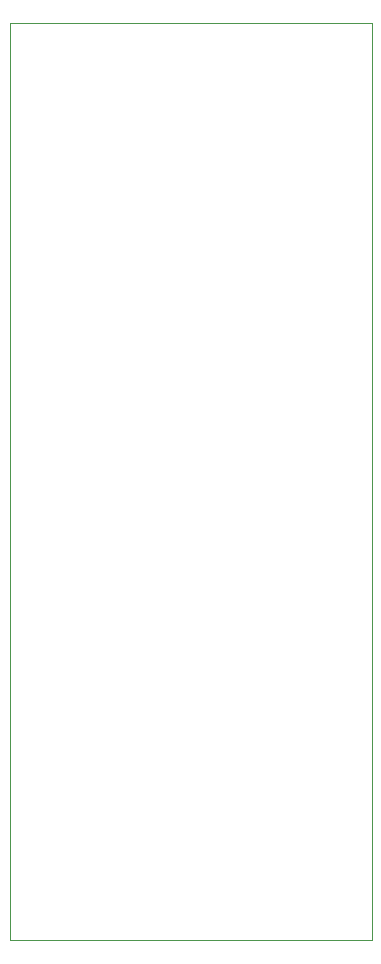
<source format=gbr>
G04 #@! TF.GenerationSoftware,KiCad,Pcbnew,7.0.5-0*
G04 #@! TF.CreationDate,2023-07-20T07:38:16-04:00*
G04 #@! TF.ProjectId,Lemmingometre_JST,4c656d6d-696e-4676-9f6d-657472655f4a,rev?*
G04 #@! TF.SameCoordinates,Original*
G04 #@! TF.FileFunction,Profile,NP*
%FSLAX46Y46*%
G04 Gerber Fmt 4.6, Leading zero omitted, Abs format (unit mm)*
G04 Created by KiCad (PCBNEW 7.0.5-0) date 2023-07-20 07:38:16*
%MOMM*%
%LPD*%
G01*
G04 APERTURE LIST*
G04 #@! TA.AperFunction,Profile*
%ADD10C,0.100000*%
G04 #@! TD*
G04 APERTURE END LIST*
D10*
X143905000Y-43225000D02*
X174550000Y-43225000D01*
X174550000Y-120865000D01*
X143905000Y-120865000D01*
X143905000Y-43225000D01*
M02*

</source>
